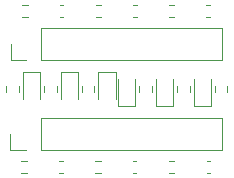
<source format=gbr>
%TF.GenerationSoftware,KiCad,Pcbnew,6.0.11+dfsg-1*%
%TF.CreationDate,2023-08-13T13:31:43-04:00*%
%TF.ProjectId,ButtonDip14,42757474-6f6e-4446-9970-31342e6b6963,rev?*%
%TF.SameCoordinates,Original*%
%TF.FileFunction,Legend,Top*%
%TF.FilePolarity,Positive*%
%FSLAX46Y46*%
G04 Gerber Fmt 4.6, Leading zero omitted, Abs format (unit mm)*
G04 Created by KiCad (PCBNEW 6.0.11+dfsg-1) date 2023-08-13 13:31:43*
%MOMM*%
%LPD*%
G01*
G04 APERTURE LIST*
%ADD10C,0.120000*%
G04 APERTURE END LIST*
D10*
%TO.C,D6*%
X135020950Y-109415000D02*
X135020950Y-107130000D01*
X133550950Y-109415000D02*
X135020950Y-109415000D01*
X133550950Y-107130000D02*
X133550950Y-109415000D01*
%TO.C,R1*%
X118956390Y-114031500D02*
X119430906Y-114031500D01*
X118956390Y-115076500D02*
X119430906Y-115076500D01*
%TO.C,D5*%
X131812860Y-109415000D02*
X131812860Y-107130000D01*
X130342860Y-107130000D02*
X130342860Y-109415000D01*
X130342860Y-109415000D02*
X131812860Y-109415000D01*
%TO.C,R8*%
X128951315Y-108187258D02*
X128951315Y-107712742D01*
X129996315Y-108187258D02*
X129996315Y-107712742D01*
%TO.C,D4*%
X127134770Y-107130000D02*
X127134770Y-109415000D01*
X128604770Y-109415000D02*
X128604770Y-107130000D01*
X127134770Y-109415000D02*
X128604770Y-109415000D01*
%TO.C,D3*%
X126960725Y-106485000D02*
X125490725Y-106485000D01*
X126960725Y-108770000D02*
X126960725Y-106485000D01*
X125490725Y-106485000D02*
X125490725Y-108770000D01*
%TO.C,R12*%
X135367500Y-108187258D02*
X135367500Y-107712742D01*
X136412500Y-108187258D02*
X136412500Y-107712742D01*
%TO.C,C3*%
X134646988Y-115064000D02*
X134928148Y-115064000D01*
X134646988Y-114044000D02*
X134928148Y-114044000D01*
%TO.C,R5*%
X131906042Y-115076500D02*
X131431526Y-115076500D01*
X131906042Y-114031500D02*
X131431526Y-114031500D01*
%TO.C,R6*%
X125144180Y-107712742D02*
X125144180Y-108187258D01*
X124099180Y-107712742D02*
X124099180Y-108187258D01*
%TO.C,C4*%
X122517780Y-101856000D02*
X122236620Y-101856000D01*
X122517780Y-100836000D02*
X122236620Y-100836000D01*
%TO.C,C1*%
X122453012Y-115064000D02*
X122171852Y-115064000D01*
X122453012Y-114044000D02*
X122171852Y-114044000D01*
%TO.C,J2*%
X135910000Y-113090000D02*
X135910000Y-110430000D01*
X120610000Y-113090000D02*
X120610000Y-110430000D01*
X120610000Y-110430000D02*
X135910000Y-110430000D01*
X120610000Y-113090000D02*
X135910000Y-113090000D01*
X119340000Y-113090000D02*
X118010000Y-113090000D01*
X118010000Y-113090000D02*
X118010000Y-111760000D01*
%TO.C,J1*%
X119375000Y-105470000D02*
X118045000Y-105470000D01*
X118045000Y-105470000D02*
X118045000Y-104140000D01*
X135945000Y-105470000D02*
X135945000Y-102810000D01*
X120645000Y-105470000D02*
X120645000Y-102810000D01*
X120645000Y-102810000D02*
X135945000Y-102810000D01*
X120645000Y-105470000D02*
X135945000Y-105470000D01*
%TO.C,R10*%
X133204405Y-108187258D02*
X133204405Y-107712742D01*
X132159405Y-108187258D02*
X132159405Y-107712742D01*
%TO.C,C2*%
X128409420Y-115064000D02*
X128690580Y-115064000D01*
X128409420Y-114044000D02*
X128690580Y-114044000D01*
%TO.C,R11*%
X131436342Y-100823500D02*
X131910858Y-100823500D01*
X131436342Y-101868500D02*
X131910858Y-101868500D01*
%TO.C,D2*%
X123752635Y-108770000D02*
X123752635Y-106485000D01*
X122282635Y-106485000D02*
X122282635Y-108770000D01*
X123752635Y-106485000D02*
X122282635Y-106485000D01*
%TO.C,C6*%
X134912980Y-100836000D02*
X134631820Y-100836000D01*
X134912980Y-101856000D02*
X134631820Y-101856000D01*
%TO.C,R4*%
X121936090Y-107712742D02*
X121936090Y-108187258D01*
X120891090Y-107712742D02*
X120891090Y-108187258D01*
%TO.C,R9*%
X125238742Y-100823500D02*
X125713258Y-100823500D01*
X125238742Y-101868500D02*
X125713258Y-101868500D01*
%TO.C,R3*%
X125193958Y-114031500D02*
X125668474Y-114031500D01*
X125193958Y-115076500D02*
X125668474Y-115076500D01*
%TO.C,R2*%
X118728000Y-107712742D02*
X118728000Y-108187258D01*
X117683000Y-107712742D02*
X117683000Y-108187258D01*
%TO.C,C5*%
X128715380Y-101856000D02*
X128434220Y-101856000D01*
X128715380Y-100836000D02*
X128434220Y-100836000D01*
%TO.C,D1*%
X119074545Y-106485000D02*
X119074545Y-108770000D01*
X120544545Y-108770000D02*
X120544545Y-106485000D01*
X120544545Y-106485000D02*
X119074545Y-106485000D01*
%TO.C,R7*%
X119041142Y-100823500D02*
X119515658Y-100823500D01*
X119041142Y-101868500D02*
X119515658Y-101868500D01*
%TD*%
M02*

</source>
